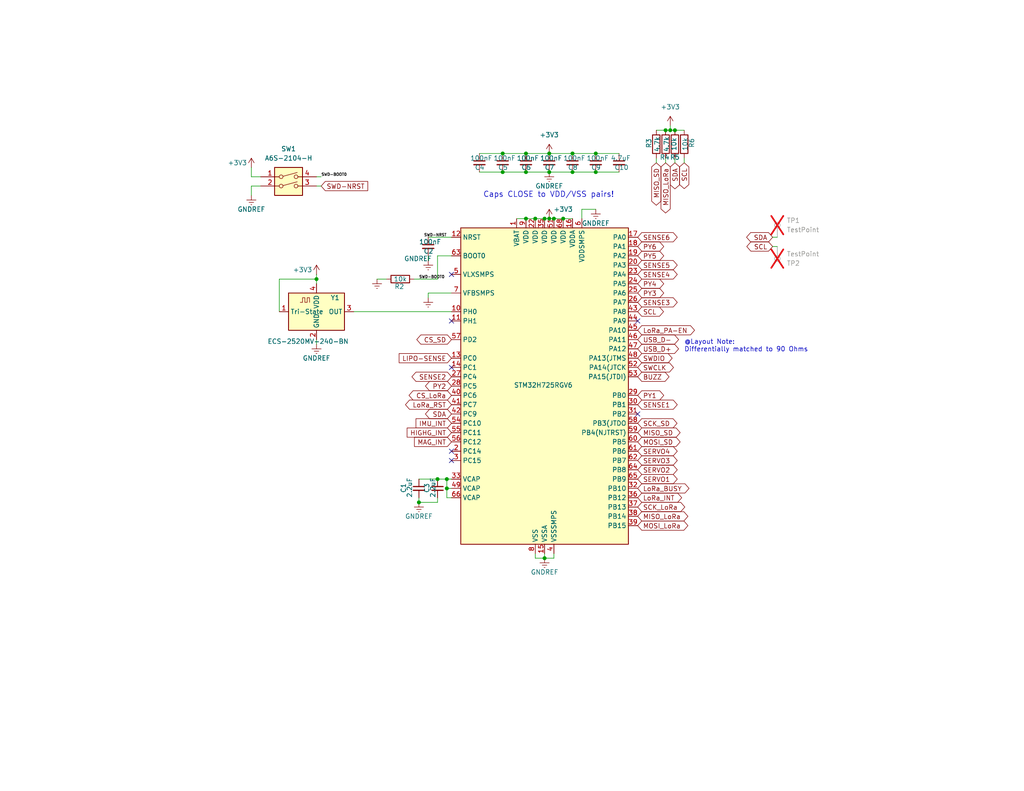
<source format=kicad_sch>
(kicad_sch (version 20231120) (generator "eeschema") (generator_version "8.0")
  (paper "USLetter")
  (title_block (title "WINTER Microcontroller Layout") (date "2025-01-06") (rev "3.3") (company "SparrowTheNerd"))
  (lib_symbols
    (symbol "Connector:TestPoint" (pin_numbers hide) (pin_names (offset 0.762) hide)
      (property "Reference" "TP" (at 0 6.858 0))
      (property "Value" "TestPoint" (at 0 5.08 0))
      (symbol "TestPoint_0_1"
        (circle (center 0 3.302) (radius 0.762))
      )
      (symbol "TestPoint_1_1"
        (pin passive line (at 0 0 90) (length 2.54) (name "1") (number "1"))
      )
    )
    (symbol "Device:C_Small" (pin_numbers hide) (pin_names (offset 0.254) hide)
      (property "Reference" "C" (at 0.254 1.778 0))
      (property "Value" "C_Small" (at 0.254 -2.032 0))
      (symbol "C_Small_0_1"
        (polyline (pts (xy -1.524 -0.508) (xy 1.524 -0.508)) (stroke (width 0.3302)))
        (polyline (pts (xy -1.524 0.508) (xy 1.524 0.508)) (stroke (width 0.3048)))
      )
      (symbol "C_Small_1_1"
        (pin passive line (at 0 2.54 270) (length 2.032) (name "~") (number "1"))
        (pin passive line (at 0 -2.54 90) (length 2.032) (name "~") (number "2"))
      )
    )
    (symbol "Device:R" (pin_numbers hide) (pin_names (offset 0))
      (property "Reference" "R" (at 2.032 0 90))
      (property "Value" "R" (at 0 0 90))
      (symbol "R_0_1"
        (rectangle (start -1.016 -2.54) (end 1.016 2.54) (stroke (width 0.254)))
      )
      (symbol "R_1_1"
        (pin passive line (at 0 3.81 270) (length 1.27) (name "~") (number "1"))
        (pin passive line (at 0 -3.81 90) (length 1.27) (name "~") (number "2"))
      )
    )
    (symbol "MCU_ST_STM32H7:STM32H725RGVx"
      (property "Reference" "U" (at -22.86 44.45 0))
      (property "Value" "STM32H725RGVx" (at 12.7 44.45 0))
      (symbol "STM32H725RGVx_0_1"
        (rectangle (start -22.86 -43.18) (end 22.86 43.18) (stroke (width 0.254)) (fill (type background)))
      )
      (symbol "STM32H725RGVx_1_1"
        (pin power_in line (at -7.62 45.72 270) (length 2.54) (name "VBAT") (number "1"))
        (pin bidirectional line (at -25.4 20.32 0) (length 2.54) (name "PH0") (number "10"))
        (pin bidirectional line (at -25.4 17.78 0) (length 2.54) (name "PH1") (number "11"))
        (pin input line (at -25.4 40.64 0) (length 2.54) (name "NRST") (number "12"))
        (pin bidirectional line (at -25.4 7.62 0) (length 2.54) (name "PC0") (number "13"))
        (pin bidirectional line (at -25.4 5.08 0) (length 2.54) (name "PC1") (number "14"))
        (pin power_in line (at 0 -45.72 90) (length 2.54) (name "VSSA") (number "15"))
        (pin power_in line (at 7.62 45.72 270) (length 2.54) (name "VDDA") (number "16"))
        (pin bidirectional line (at 25.4 40.64 180) (length 2.54) (name "PA0") (number "17"))
        (pin bidirectional line (at 25.4 38.1 180) (length 2.54) (name "PA1") (number "18"))
        (pin bidirectional line (at 25.4 35.56 180) (length 2.54) (name "PA2") (number "19"))
        (pin bidirectional line (at -25.4 -17.78 0) (length 2.54) (name "PC14") (number "2"))
        (pin bidirectional line (at 25.4 33.02 180) (length 2.54) (name "PA3") (number "20"))
        (pin passive line (at -2.54 -45.72 90) (length 2.54) hide (name "VSS") (number "21"))
        (pin power_in line (at -2.54 45.72 270) (length 2.54) (name "VDD") (number "22"))
        (pin bidirectional line (at 25.4 30.48 180) (length 2.54) (name "PA4") (number "23"))
        (pin bidirectional line (at 25.4 27.94 180) (length 2.54) (name "PA5") (number "24"))
        (pin bidirectional line (at 25.4 25.4 180) (length 2.54) (name "PA6") (number "25"))
        (pin bidirectional line (at 25.4 22.86 180) (length 2.54) (name "PA7") (number "26"))
        (pin bidirectional line (at -25.4 2.54 0) (length 2.54) (name "PC4") (number "27"))
        (pin bidirectional line (at -25.4 0 0) (length 2.54) (name "PC5") (number "28"))
        (pin bidirectional line (at 25.4 -2.54 180) (length 2.54) (name "PB0") (number "29"))
        (pin bidirectional line (at -25.4 -20.32 0) (length 2.54) (name "PC15") (number "3"))
        (pin bidirectional line (at 25.4 -5.08 180) (length 2.54) (name "PB1") (number "30"))
        (pin bidirectional line (at 25.4 -7.62 180) (length 2.54) (name "PB2") (number "31"))
        (pin bidirectional line (at 25.4 -27.94 180) (length 2.54) (name "PB10") (number "32"))
        (pin power_out line (at -25.4 -25.4 0) (length 2.54) (name "VCAP") (number "33"))
        (pin passive line (at -2.54 -45.72 90) (length 2.54) hide (name "VSS") (number "34"))
        (pin power_in line (at 0 45.72 270) (length 2.54) (name "VDD") (number "35"))
        (pin bidirectional line (at 25.4 -30.48 180) (length 2.54) (name "PB12") (number "36"))
        (pin bidirectional line (at 25.4 -33.02 180) (length 2.54) (name "PB13") (number "37"))
        (pin bidirectional line (at 25.4 -35.56 180) (length 2.54) (name "PB14") (number "38"))
        (pin bidirectional line (at 25.4 -38.1 180) (length 2.54) (name "PB15") (number "39"))
        (pin power_in line (at 2.54 -45.72 90) (length 2.54) (name "VSSSMPS") (number "4"))
        (pin bidirectional line (at -25.4 -2.54 0) (length 2.54) (name "PC6") (number "40"))
        (pin bidirectional line (at -25.4 -5.08 0) (length 2.54) (name "PC7") (number "41"))
        (pin bidirectional line (at -25.4 -7.62 0) (length 2.54) (name "PC9") (number "42"))
        (pin bidirectional line (at 25.4 20.32 180) (length 2.54) (name "PA8") (number "43"))
        (pin bidirectional line (at 25.4 17.78 180) (length 2.54) (name "PA9") (number "44"))
        (pin bidirectional line (at 25.4 15.24 180) (length 2.54) (name "PA10") (number "45"))
        (pin bidirectional line (at 25.4 12.7 180) (length 2.54) (name "PA11") (number "46"))
        (pin bidirectional line (at 25.4 10.16 180) (length 2.54) (name "PA12") (number "47"))
        (pin bidirectional line (at 25.4 7.62 180) (length 2.54) (name "PA13(JTMS") (number "48"))
        (pin power_out line (at -25.4 -27.94 0) (length 2.54) (name "VCAP") (number "49"))
        (pin power_in line (at -25.4 30.48 0) (length 2.54) (name "VLXSMPS") (number "5"))
        (pin passive line (at -2.54 -45.72 90) (length 2.54) hide (name "VSS") (number "50"))
        (pin power_in line (at 2.54 45.72 270) (length 2.54) (name "VDD") (number "51"))
        (pin bidirectional line (at 25.4 5.08 180) (length 2.54) (name "PA14(JTCK") (number "52"))
        (pin bidirectional line (at 25.4 2.54 180) (length 2.54) (name "PA15(JTDI)") (number "53"))
        (pin bidirectional line (at -25.4 -10.16 0) (length 2.54) (name "PC10") (number "54"))
        (pin bidirectional line (at -25.4 -12.7 0) (length 2.54) (name "PC11") (number "55"))
        (pin bidirectional line (at -25.4 -15.24 0) (length 2.54) (name "PC12") (number "56"))
        (pin bidirectional line (at -25.4 12.7 0) (length 2.54) (name "PD2") (number "57"))
        (pin bidirectional line (at 25.4 -10.16 180) (length 2.54) (name "PB3(JTDO") (number "58"))
        (pin bidirectional line (at 25.4 -12.7 180) (length 2.54) (name "PB4(NJTRST)") (number "59"))
        (pin power_in line (at 10.16 45.72 270) (length 2.54) (name "VDDSMPS") (number "6"))
        (pin bidirectional line (at 25.4 -15.24 180) (length 2.54) (name "PB5") (number "60"))
        (pin bidirectional line (at 25.4 -17.78 180) (length 2.54) (name "PB6") (number "61"))
        (pin bidirectional line (at 25.4 -20.32 180) (length 2.54) (name "PB7") (number "62"))
        (pin input line (at -25.4 35.56 0) (length 2.54) (name "BOOT0") (number "63"))
        (pin bidirectional line (at 25.4 -22.86 180) (length 2.54) (name "PB8") (number "64"))
        (pin bidirectional line (at 25.4 -25.4 180) (length 2.54) (name "PB9") (number "65"))
        (pin power_out line (at -25.4 -30.48 0) (length 2.54) (name "VCAP") (number "66"))
        (pin passive line (at -2.54 -45.72 90) (length 2.54) hide (name "VSS") (number "67"))
        (pin power_in line (at 5.08 45.72 270) (length 2.54) (name "VDD") (number "68"))
        (pin passive line (at -2.54 -45.72 90) (length 2.54) hide (name "VSS") (number "69"))
        (pin input line (at -25.4 25.4 0) (length 2.54) (name "VFBSMPS") (number "7"))
        (pin power_in line (at -2.54 -45.72 90) (length 2.54) (name "VSS") (number "8"))
        (pin power_in line (at -5.08 45.72 270) (length 2.54) (name "VDD") (number "9"))
      )
    )
    (symbol "Oscillator:ECS-2520MV-xxx-xx"
      (property "Reference" "X" (at -5.08 6.35 0))
      (property "Value" "ECS-2520MV-xxx-xx" (at 1.27 -6.35 0))
      (symbol "ECS-2520MV-xxx-xx_0_1"
        (rectangle (start -7.62 5.08) (end 7.62 -5.08) (stroke (width 0.254)) (fill (type background)))
        (polyline (pts (xy -4.445 2.54) (xy -3.81 2.54) (xy -3.81 3.81) (xy -3.175 3.81) (xy -3.175 2.54) (xy -2.54 2.54) (xy -2.54 3.81) (xy -1.905 3.81) (xy -1.905 2.54)))
      )
      (symbol "ECS-2520MV-xxx-xx_1_1"
        (pin input line (at -10.16 0 0) (length 2.54) (name "Tri-State") (number "1"))
        (pin power_in line (at 0 -7.62 90) (length 2.54) (name "GND") (number "2"))
        (pin output line (at 10.16 0 180) (length 2.54) (name "OUT") (number "3"))
        (pin power_in line (at 0 7.62 270) (length 2.54) (name "VDD") (number "4"))
      )
    )
    (symbol "Switch:SW_DIP_x02" (pin_names (offset 0) hide)
      (property "Reference" "SW" (at 0 6.35 0))
      (property "Value" "SW_DIP_x02" (at 0 -3.81 0))
      (symbol "SW_DIP_x02_0_0"
        (circle (center -2.032 0) (radius 0.508))
        (circle (center -2.032 2.54) (radius 0.508))
        (polyline (pts (xy -1.524 0.127) (xy 2.3622 1.1684)))
        (polyline (pts (xy -1.524 2.667) (xy 2.3622 3.7084)))
        (circle (center 2.032 0) (radius 0.508))
        (circle (center 2.032 2.54) (radius 0.508))
      )
      (symbol "SW_DIP_x02_0_1"
        (rectangle (start -3.81 5.08) (end 3.81 -2.54) (stroke (width 0.254)) (fill (type background)))
      )
      (symbol "SW_DIP_x02_1_1"
        (pin passive line (at -7.62 2.54 0) (length 5.08) (name "~") (number "1"))
        (pin passive line (at -7.62 0 0) (length 5.08) (name "~") (number "2"))
        (pin passive line (at 7.62 0 180) (length 5.08) (name "~") (number "3"))
        (pin passive line (at 7.62 2.54 180) (length 5.08) (name "~") (number "4"))
      )
    )
    (symbol "power:+3V3" (power) (pin_numbers hide) (pin_names (offset 0) hide)
      (property "Value" "+3V3" (at 0 3.556 0))
      (symbol "+3V3_0_1"
        (polyline (pts (xy -0.762 1.27) (xy 0 2.54)))
        (polyline (pts (xy 0 0) (xy 0 2.54)))
        (polyline (pts (xy 0 2.54) (xy 0.762 1.27)))
      )
      (symbol "+3V3_1_1"
        (pin power_in line (at 0 0 90) (length 0) (name "~") (number "1"))
      )
    )
    (symbol "power:GNDREF" (power) (pin_names (offset 0))
      (property "Value" "GNDREF" (at 0 -3.81 0))
      (symbol "GNDREF_0_1"
        (polyline (pts (xy -0.635 -1.905) (xy 0.635 -1.905)))
        (polyline (pts (xy -0.127 -2.54) (xy 0.127 -2.54)))
        (polyline (pts (xy 0 -1.27) (xy 0 0)))
        (polyline (pts (xy 1.27 -1.27) (xy -1.27 -1.27)))
      )
      (symbol "GNDREF_1_1"
        (pin power_in line (at 0 0 270) (length 0) hide (name "GNDREF") (number "1"))
      )
    )
  )
  (junction (at 149.86 41.91))
  (junction (at 149.86 46.99))
  (junction (at 148.59 59.69))
  (junction (at 148.59 152.4))
  (junction (at 184.15 35.56))
  (junction (at 153.67 59.69))
  (junction (at 121.92 133.35))
  (junction (at 182.88 35.56))
  (junction (at 162.56 46.99))
  (junction (at 149.86 59.69))
  (junction (at 86.36 76.2))
  (junction (at 146.05 59.69))
  (junction (at 156.21 41.91))
  (junction (at 137.16 41.91))
  (junction (at 119.38 130.81))
  (junction (at 143.51 59.69))
  (junction (at 181.61 35.56))
  (junction (at 162.56 41.91))
  (junction (at 151.13 59.69))
  (junction (at 143.51 41.91))
  (junction (at 137.16 46.99))
  (junction (at 143.51 46.99))
  (junction (at 156.21 46.99))
  (junction (at 114.3 137.16))
  (junction (at 121.92 130.81))
  (no_connect (at 123.19 100.33))
  (no_connect (at 123.19 74.93))
  (no_connect (at 123.19 87.63))
  (no_connect (at 123.19 125.73))
  (no_connect (at 123.19 123.19))
  (no_connect (at 173.99 87.63))
  (no_connect (at 173.99 113.03))
  (wire (pts (xy 149.86 41.91) (xy 156.21 41.91)))
  (wire (pts (xy 156.21 41.91) (xy 162.56 41.91)))
  (wire (pts (xy 86.36 93.98) (xy 86.36 92.71)))
  (wire (pts (xy 148.59 59.69) (xy 149.86 59.69)))
  (wire (pts (xy 86.36 50.8) (xy 87.63 50.8)))
  (wire (pts (xy 137.16 41.91) (xy 143.51 41.91)))
  (wire (pts (xy 184.15 44.45) (xy 184.15 43.18)))
  (wire (pts (xy 71.12 50.8) (xy 68.58 50.8)))
  (wire (pts (xy 114.3 130.81) (xy 119.38 130.81)))
  (wire (pts (xy 76.2 85.09) (xy 76.2 76.2)))
  (wire (pts (xy 116.84 81.28) (xy 116.84 80.01)))
  (wire (pts (xy 119.38 76.2) (xy 113.03 76.2)))
  (wire (pts (xy 181.61 43.18) (xy 181.61 44.45)))
  (wire (pts (xy 151.13 59.69) (xy 153.67 59.69)))
  (wire (pts (xy 121.92 133.35) (xy 121.92 135.89)))
  (wire (pts (xy 210.82 67.31) (xy 212.09 67.31)))
  (wire (pts (xy 121.92 130.81) (xy 121.92 133.35)))
  (wire (pts (xy 143.51 59.69) (xy 146.05 59.69)))
  (wire (pts (xy 119.38 130.81) (xy 121.92 130.81)))
  (wire (pts (xy 184.15 35.56) (xy 186.69 35.56)))
  (wire (pts (xy 179.07 35.56) (xy 181.61 35.56)))
  (wire (pts (xy 149.86 59.69) (xy 151.13 59.69)))
  (wire (pts (xy 182.88 34.29) (xy 182.88 35.56)))
  (wire (pts (xy 143.51 46.99) (xy 149.86 46.99)))
  (wire (pts (xy 162.56 41.91) (xy 168.91 41.91)))
  (wire (pts (xy 186.69 44.45) (xy 186.69 43.18)))
  (wire (pts (xy 153.67 59.69) (xy 156.21 59.69)))
  (wire (pts (xy 86.36 48.26) (xy 87.63 48.26)))
  (wire (pts (xy 146.05 59.69) (xy 148.59 59.69)))
  (wire (pts (xy 162.56 46.99) (xy 168.91 46.99)))
  (wire (pts (xy 102.87 76.2) (xy 105.41 76.2)))
  (wire (pts (xy 158.75 57.15) (xy 162.56 57.15)))
  (wire (pts (xy 130.81 41.91) (xy 137.16 41.91)))
  (wire (pts (xy 114.3 135.89) (xy 114.3 137.16)))
  (wire (pts (xy 151.13 152.4) (xy 151.13 151.13)))
  (wire (pts (xy 68.58 50.8) (xy 68.58 53.34)))
  (wire (pts (xy 71.12 48.26) (xy 68.58 48.26)))
  (wire (pts (xy 146.05 152.4) (xy 148.59 152.4)))
  (wire (pts (xy 148.59 152.4) (xy 151.13 152.4)))
  (wire (pts (xy 116.84 64.77) (xy 123.19 64.77)))
  (wire (pts (xy 121.92 130.81) (xy 123.19 130.81)))
  (wire (pts (xy 123.19 135.89) (xy 121.92 135.89)))
  (wire (pts (xy 143.51 41.91) (xy 149.86 41.91)))
  (wire (pts (xy 148.59 152.4) (xy 148.59 151.13)))
  (wire (pts (xy 123.19 133.35) (xy 121.92 133.35)))
  (wire (pts (xy 76.2 76.2) (xy 86.36 76.2)))
  (wire (pts (xy 119.38 76.2) (xy 119.38 69.85)))
  (wire (pts (xy 210.82 64.77) (xy 212.09 64.77)))
  (wire (pts (xy 114.3 137.16) (xy 119.38 137.16)))
  (wire (pts (xy 119.38 137.16) (xy 119.38 135.89)))
  (wire (pts (xy 146.05 152.4) (xy 146.05 151.13)))
  (wire (pts (xy 158.75 59.69) (xy 158.75 57.15)))
  (wire (pts (xy 182.88 35.56) (xy 184.15 35.56)))
  (wire (pts (xy 116.84 71.12) (xy 116.84 69.85)))
  (wire (pts (xy 140.97 59.69) (xy 143.51 59.69)))
  (wire (pts (xy 123.19 80.01) (xy 116.84 80.01)))
  (wire (pts (xy 96.52 85.09) (xy 123.19 85.09)))
  (wire (pts (xy 68.58 45.72) (xy 68.58 48.26)))
  (wire (pts (xy 137.16 46.99) (xy 143.51 46.99)))
  (wire (pts (xy 119.38 69.85) (xy 123.19 69.85)))
  (wire (pts (xy 86.36 76.2) (xy 86.36 77.47)))
  (wire (pts (xy 156.21 46.99) (xy 162.56 46.99)))
  (wire (pts (xy 130.81 46.99) (xy 137.16 46.99)))
  (wire (pts (xy 149.86 46.99) (xy 156.21 46.99)))
  (wire (pts (xy 181.61 35.56) (xy 182.88 35.56)))
  (wire (pts (xy 179.07 43.18) (xy 179.07 44.45)))
  (wire (pts (xy 86.36 74.93) (xy 86.36 76.2)))
  (text "Caps CLOSE to VDD/VSS pairs!" (at 131.826 54.102 0) (effects (font (size 1.5 1.5)) (justify left bottom)))
  (text "@Layout Note:\nDifferentially matched to 90 Ohms" (at 186.69 94.488 0) (effects (font (size 1.27 1.27)) (justify left)))
  (label "SWD-NRST" (at 121.92 64.77 180) (effects (font (size 0.75 0.75))))
  (label "SWD-BOOT0" (at 87.63 48.26 0) (effects (font (size 0.75 0.75))))
  (label "SWD-BOOT0" (at 114.3 76.2 0) (effects (font (size 0.75 0.75))))
  (global_label "BUZZ" (shape bidirectional) (at 173.99 102.87 0) (property "Intersheetrefs" "${INTERSHEET_REFS}" (effects (hide yes))))
  (global_label "CS_SD" (shape bidirectional) (at 123.19 92.71 180) (property "Intersheetrefs" "${INTERSHEET_REFS}" (effects (hide yes))))
  (global_label "PY5" (shape bidirectional) (at 173.99 69.85 0) (property "Intersheetrefs" "${INTERSHEET_REFS}" (effects (hide yes))))
  (global_label "MAG_INT" (shape input) (at 123.19 120.65 180) (property "Intersheetrefs" "${INTERSHEET_REFS}" (effects (hide yes))))
  (global_label "MOSI_LoRa" (shape bidirectional) (at 173.99 143.51 0) (property "Intersheetrefs" "${INTERSHEET_REFS}" (effects (hide yes))))
  (global_label "SENSE6" (shape bidirectional) (at 173.99 64.77 0) (property "Intersheetrefs" "${INTERSHEET_REFS}" (effects (hide yes))))
  (global_label "LoRa_RST" (shape bidirectional) (at 123.19 110.49 180) (property "Intersheetrefs" "${INTERSHEET_REFS}" (effects (hide yes))))
  (global_label "MISO_LoRa" (shape bidirectional) (at 173.99 140.97 0) (property "Intersheetrefs" "${INTERSHEET_REFS}" (effects (hide yes))))
  (global_label "MISO_SD" (shape bidirectional) (at 179.07 44.45 270) (property "Intersheetrefs" "${INTERSHEET_REFS}" (effects (hide yes))))
  (global_label "SCK_LoRa" (shape bidirectional) (at 173.99 138.43 0) (property "Intersheetrefs" "${INTERSHEET_REFS}" (effects (hide yes))))
  (global_label "SWDIO" (shape bidirectional) (at 173.99 97.79 0) (property "Intersheetrefs" "${INTERSHEET_REFS}" (effects (hide yes))))
  (global_label "SENSE2" (shape bidirectional) (at 123.19 102.87 180) (property "Intersheetrefs" "${INTERSHEET_REFS}" (effects (hide yes))))
  (global_label "PY4" (shape bidirectional) (at 173.99 77.47 0) (property "Intersheetrefs" "${INTERSHEET_REFS}" (effects (hide yes))))
  (global_label "SCL" (shape bidirectional) (at 186.69 44.45 270) (property "Intersheetrefs" "${INTERSHEET_REFS}" (effects (hide yes))))
  (global_label "LoRa_INT" (shape bidirectional) (at 173.99 135.89 0) (property "Intersheetrefs" "${INTERSHEET_REFS}" (effects (hide yes))))
  (global_label "SWCLK" (shape bidirectional) (at 173.99 100.33 0) (property "Intersheetrefs" "${INTERSHEET_REFS}" (effects (hide yes))))
  (global_label "SCK_SD" (shape bidirectional) (at 173.99 115.57 0) (property "Intersheetrefs" "${INTERSHEET_REFS}" (effects (hide yes))))
  (global_label "PY3" (shape bidirectional) (at 173.99 80.01 0) (property "Intersheetrefs" "${INTERSHEET_REFS}" (effects (hide yes))))
  (global_label "SDA" (shape bidirectional) (at 123.19 113.03 180) (property "Intersheetrefs" "${INTERSHEET_REFS}" (effects (hide yes))))
  (global_label "SENSE3" (shape bidirectional) (at 173.99 82.55 0) (property "Intersheetrefs" "${INTERSHEET_REFS}" (effects (hide yes))))
  (global_label "SDA" (shape bidirectional) (at 210.82 64.77 180) (property "Intersheetrefs" "${INTERSHEET_REFS}" (effects (hide yes))))
  (global_label "SCL" (shape bidirectional) (at 210.82 67.31 180) (property "Intersheetrefs" "${INTERSHEET_REFS}" (effects (hide yes))))
  (global_label "IMU_INT" (shape input) (at 123.19 115.57 180) (property "Intersheetrefs" "${INTERSHEET_REFS}" (effects (hide yes))))
  (global_label "CS_LoRa" (shape bidirectional) (at 123.19 107.95 180) (property "Intersheetrefs" "${INTERSHEET_REFS}" (effects (hide yes))))
  (global_label "PY1" (shape bidirectional) (at 173.99 107.95 0) (property "Intersheetrefs" "${INTERSHEET_REFS}" (effects (hide yes))))
  (global_label "SDA" (shape bidirectional) (at 184.15 44.45 270) (property "Intersheetrefs" "${INTERSHEET_REFS}" (effects (hide yes))))
  (global_label "USB_D-" (shape bidirectional) (at 173.99 92.71 0) (property "Intersheetrefs" "${INTERSHEET_REFS}" (effects (hide yes))))
  (global_label "SENSE1" (shape bidirectional) (at 173.99 110.49 0) (property "Intersheetrefs" "${INTERSHEET_REFS}" (effects (hide yes))))
  (global_label "LIPO-SENSE" (shape input) (at 123.19 97.79 180) (property "Intersheetrefs" "${INTERSHEET_REFS}" (effects (hide yes))))
  (global_label "USB_D+" (shape bidirectional) (at 173.99 95.25 0) (property "Intersheetrefs" "${INTERSHEET_REFS}" (effects (hide yes))))
  (global_label "SENSE5" (shape bidirectional) (at 173.99 72.39 0) (property "Intersheetrefs" "${INTERSHEET_REFS}" (effects (hide yes))))
  (global_label "SERVO3" (shape bidirectional) (at 173.99 125.73 0) (property "Intersheetrefs" "${INTERSHEET_REFS}" (effects (hide yes))))
  (global_label "PY2" (shape bidirectional) (at 123.19 105.41 180) (property "Intersheetrefs" "${INTERSHEET_REFS}" (effects (hide yes))))
  (global_label "MOSI_SD" (shape bidirectional) (at 173.99 120.65 0) (property "Intersheetrefs" "${INTERSHEET_REFS}" (effects (hide yes))))
  (global_label "SWD-NRST" (shape input) (at 87.63 50.8 0) (property "Intersheetrefs" "${INTERSHEET_REFS}" (effects (hide yes))))
  (global_label "PY6" (shape bidirectional) (at 173.99 67.31 0) (property "Intersheetrefs" "${INTERSHEET_REFS}" (effects (hide yes))))
  (global_label "SERVO1" (shape bidirectional) (at 173.99 130.81 0) (property "Intersheetrefs" "${INTERSHEET_REFS}" (effects (hide yes))))
  (global_label "LoRa_BUSY" (shape bidirectional) (at 173.99 133.35 0) (property "Intersheetrefs" "${INTERSHEET_REFS}" (effects (hide yes))))
  (global_label "SENSE4" (shape bidirectional) (at 173.99 74.93 0) (property "Intersheetrefs" "${INTERSHEET_REFS}" (effects (hide yes))))
  (global_label "MISO_LoRa" (shape bidirectional) (at 181.61 44.45 270) (property "Intersheetrefs" "${INTERSHEET_REFS}" (effects (hide yes))))
  (global_label "SCL" (shape bidirectional) (at 173.99 85.09 0) (property "Intersheetrefs" "${INTERSHEET_REFS}" (effects (hide yes))))
  (global_label "SERVO2" (shape bidirectional) (at 173.99 128.27 0) (property "Intersheetrefs" "${INTERSHEET_REFS}" (effects (hide yes))))
  (global_label "HIGHG_INT" (shape input) (at 123.19 118.11 180) (property "Intersheetrefs" "${INTERSHEET_REFS}" (effects (hide yes))))
  (global_label "LoRa_PA-EN" (shape bidirectional) (at 173.99 90.17 0) (property "Intersheetrefs" "${INTERSHEET_REFS}" (effects (hide yes))))
  (global_label "MISO_SD" (shape bidirectional) (at 173.99 118.11 0) (property "Intersheetrefs" "${INTERSHEET_REFS}" (effects (hide yes))))
  (global_label "SERVO4" (shape bidirectional) (at 173.99 123.19 0) (property "Intersheetrefs" "${INTERSHEET_REFS}" (effects (hide yes))))
  (symbol (lib_id "power:GNDREF") (at 114.3 137.16 0) (mirror y) (unit 1)
    (property "Reference" "#PWR0112" (effects (hide yes)))
    (property "Value" "GNDREF" (at 114.3 140.97 0))
  )
  (symbol (lib_id "power:GNDREF") (at 116.84 71.12 0) (mirror y) (unit 1)
    (property "Reference" "#PWR0107" (effects (hide yes)))
    (property "Value" "GNDREF" (at 114.046 70.612 0))
  )
  (symbol (lib_id "Device:C_Small") (at 137.16 44.45 0) (unit 1)
    (property "Reference" "C5" (at 135.89 45.72 0) (effects (justify left)))
    (property "Value" "100nF" (at 134.62 43.18 0) (effects (justify left)))
    (property "Footprint" "Capacitor_SMD:C_0603_1608Metric" (effects (hide yes)))
    (property "Product ID" "CL10B104KB8NNNL" (effects (hide yes)))
    (property "LCSC" "C1525" (effects (hide yes)))
  )
  (symbol (lib_id "Device:C_Small") (at 119.38 133.35 0) (unit 1)
    (property "Reference" "C3" (at 116.4575 134.5949 90) (effects (justify left)))
    (property "Value" "2.2uF" (at 118.11 135.89 90) (effects (justify left)))
    (property "Footprint" "Capacitor_SMD:C_0603_1608Metric" (effects (hide yes)))
    (property "Product ID" "GRM188C71C225ME11D" (effects (hide yes)))
    (property "LCSC" "C23630" (effects (hide yes)))
  )
  (symbol (lib_id "Device:C_Small") (at 149.86 44.45 0) (unit 1)
    (property "Reference" "C7" (at 148.59 45.72 0) (effects (justify left)))
    (property "Value" "100nF" (at 147.32 43.18 0) (effects (justify left)))
    (property "Footprint" "Capacitor_SMD:C_0603_1608Metric" (effects (hide yes)))
    (property "Product ID" "CL10B104KB8NNNL" (effects (hide yes)))
    (property "LCSC" "C1525" (effects (hide yes)))
  )
  (symbol (lib_id "MCU_ST_STM32H7:STM32H725RGVx") (at 148.59 105.41 0) (unit 1)
    (property "Reference" "U6" (effects (hide yes)))
    (property "Value" "STM32H725RGV6" (at 140.208 105.156 0) (effects (justify left)))
    (property "Footprint" "Package_DFN_QFN:QFN-68-1EP_8x8mm_P0.4mm_EP5.2x5.2mm" (effects (hide yes)))
    (property "Datasheet" "https://www.st.com/resource/en/datasheet/stm32h725rg.pdf" (effects (hide yes)))
    (property "Description" "STMicroelectronics Arm Cortex-M7 MCU, 1024KB flash, 564KB RAM, 550 MHz, 1.71-3.6V, 46 GPIO, VFQFPN68" (effects (hide yes)))
    (property "LCSC" "C5271079" (effects (hide yes)))
    (property "Mouser ID" "511-STM32H725RGV6 " (effects (hide yes)))
    (property "Product ID" "STM32H725RGV6" (effects (hide yes)))
  )
  (symbol (lib_id "Device:C_Small") (at 143.51 44.45 0) (unit 1)
    (property "Reference" "C6" (at 142.24 45.72 0) (effects (justify left)))
    (property "Value" "100nF" (at 140.97 43.18 0) (effects (justify left)))
    (property "Footprint" "Capacitor_SMD:C_0603_1608Metric" (effects (hide yes)))
    (property "Product ID" "CL10B104KB8NNNL" (effects (hide yes)))
    (property "LCSC" "C1525" (effects (hide yes)))
  )
  (symbol (lib_id "Switch:SW_DIP_x02") (at 78.74 50.8 0) (unit 1)
    (property "Reference" "SW1" (at 78.74 40.64 0))
    (property "Value" "A6S-2104-H" (at 78.74 43.18 0))
    (property "Footprint" "Button_Switch_SMD:SW_DIP_SPSTx02_Slide_Omron_A6S-210x_W8.9mm_P2.54mm" (effects (hide yes)))
    (property "Description" "2x DIP Switch, Single Pole Single Throw (SPST) switch, small symbol" (effects (hide yes)))
    (property "LCSC" "C2733298" (effects (hide yes)))
    (property "Product ID" "A6S-2104-H" (effects (hide yes)))
  )
  (symbol (lib_id "Device:C_Small") (at 168.91 44.45 0) (unit 1)
    (property "Reference" "C10" (at 167.64 45.72 0) (effects (justify left)))
    (property "Value" "4.7uF" (at 166.624 43.18 0) (effects (justify left)))
    (property "Footprint" "Capacitor_SMD:C_0603_1608Metric" (effects (hide yes)))
    (property "Product ID" "CL10A475KQ8NNNC" (effects (hide yes)))
    (property "LCSC" "C23733" (effects (hide yes)))
  )
  (symbol (lib_id "power:+3V3") (at 149.86 59.69 0) (unit 1)
    (property "Reference" "#PWR0110" (effects (hide yes)))
    (property "Value" "+3V3" (at 153.67 57.15 0))
    (property "Description" "Power symbol creates a global label with name \"+3V3\"" (effects (hide yes)))
  )
  (symbol (lib_id "Device:C_Small") (at 130.81 44.45 0) (unit 1)
    (property "Reference" "C4" (at 129.54 45.72 0) (effects (justify left)))
    (property "Value" "100nF" (at 128.27 43.18 0) (effects (justify left)))
    (property "Footprint" "Capacitor_SMD:C_0603_1608Metric" (effects (hide yes)))
    (property "Product ID" "CL10B104KB8NNNL" (effects (hide yes)))
    (property "LCSC" "C1525" (effects (hide yes)))
  )
  (symbol (lib_id "Device:R") (at 184.15 39.37 0) (mirror x) (unit 1)
    (property "Reference" "R5" (at 184.15 42.926 0))
    (property "Value" "10k" (at 183.896 39.37 90))
    (property "Footprint" "Resistor_SMD:R_0603_1608Metric" (effects (hide yes)))
    (property "Product ID" "ERJ-PA3F1002V" (effects (hide yes)))
    (property "LCSC" "C25804" (effects (hide yes)))
  )
  (symbol (lib_id "power:GNDREF") (at 68.58 53.34 0) (mirror y) (unit 1)
    (property "Reference" "#PWR0105" (effects (hide yes)))
    (property "Value" "GNDREF" (at 68.58 57.15 0))
  )
  (symbol (lib_id "power:GNDREF") (at 116.84 81.28 0) (mirror y) (unit 1)
    (property "Reference" "#PWR0108" (effects (hide yes)))
    (property "Value" "GNDREF" (effects (hide yes)))
  )
  (symbol (lib_id "Device:C_Small") (at 156.21 44.45 0) (unit 1)
    (property "Reference" "C8" (at 154.94 45.72 0) (effects (justify left)))
    (property "Value" "100nF" (at 153.67 43.18 0) (effects (justify left)))
    (property "Footprint" "Capacitor_SMD:C_0603_1608Metric" (effects (hide yes)))
    (property "Product ID" "CL10B104KB8NNNL" (effects (hide yes)))
    (property "LCSC" "C1525" (effects (hide yes)))
  )
  (symbol (lib_id "power:GNDREF") (at 162.56 57.15 0) (mirror y) (unit 1)
    (property "Reference" "#PWR0114" (effects (hide yes)))
    (property "Value" "GNDREF" (at 162.56 60.96 0))
  )
  (symbol (lib_id "power:GNDREF") (at 86.36 93.98 0) (mirror y) (unit 1)
    (property "Reference" "#PWR0102" (effects (hide yes)))
    (property "Value" "GNDREF" (at 86.36 97.79 0))
  )
  (symbol (lib_id "Connector:TestPoint") (at 212.09 67.31 0) (mirror x) (unit 1) (in_bom no) (dnp yes)
    (property "Reference" "TP2" (at 214.63 71.8821 0) (effects (justify left)))
    (property "Value" "TestPoint" (at 214.63 69.3421 0) (effects (justify left)))
    (property "Footprint" "TestPoint:TestPoint_Pad_D1.0mm" (effects (hide yes)))
    (property "Description" "test point" (effects (hide yes)))
    (property "LCSC" "DNP" (effects (hide yes)))
  )
  (symbol (lib_id "power:+3V3") (at 86.36 74.93 0) (unit 1)
    (property "Reference" "#PWR0101" (effects (hide yes)))
    (property "Value" "+3V3" (at 82.55 73.66 0))
    (property "Description" "Power symbol creates a global label with name \"+3V3\"" (effects (hide yes)))
  )
  (symbol (lib_id "power:+3V3") (at 182.88 34.29 0) (unit 1)
    (property "Reference" "#PWR0113" (effects (hide yes)))
    (property "Value" "+3V3" (at 182.88 29.21 0))
    (property "Description" "Power symbol creates a global label with name \"+3V3\"" (effects (hide yes)))
  )
  (symbol (lib_id "power:GNDREF") (at 148.59 152.4 0) (mirror y) (unit 1)
    (property "Reference" "#PWR0115" (effects (hide yes)))
    (property "Value" "GNDREF" (at 148.59 156.21 0))
  )
  (symbol (lib_id "Device:R") (at 109.22 76.2 270) (unit 1)
    (property "Reference" "R2" (at 108.966 78.232 90))
    (property "Value" "10k" (at 109.22 76.2 90))
    (property "Footprint" "Resistor_SMD:R_0603_1608Metric" (effects (hide yes)))
    (property "Product ID" "ERJ-PA3F1002V" (effects (hide yes)))
    (property "LCSC" "C25804" (effects (hide yes)))
  )
  (symbol (lib_id "Device:R") (at 179.07 39.37 180) (unit 1)
    (property "Reference" "R3" (at 177.038 39.116 90))
    (property "Value" "4.7k" (at 179.324 39.37 90))
    (property "Footprint" "Resistor_SMD:R_0603_1608Metric" (effects (hide yes)))
    (property "Product ID" "ERJ-PA3J472V" (effects (hide yes)))
    (property "LCSC" "C23162" (effects (hide yes)))
  )
  (symbol (lib_id "Device:C_Small") (at 162.56 44.45 0) (unit 1)
    (property "Reference" "C9" (at 161.29 45.72 0) (effects (justify left)))
    (property "Value" "100nF" (at 160.02 43.18 0) (effects (justify left)))
    (property "Footprint" "Capacitor_SMD:C_0603_1608Metric" (effects (hide yes)))
    (property "Product ID" "CL10B104KB8NNNL" (effects (hide yes)))
    (property "LCSC" "C1525" (effects (hide yes)))
  )
  (symbol (lib_id "Device:R") (at 181.61 39.37 180) (unit 1)
    (property "Reference" "R4" (at 181.356 42.926 0))
    (property "Value" "4.7k" (at 181.864 39.37 90))
    (property "Footprint" "Resistor_SMD:R_0603_1608Metric" (effects (hide yes)))
    (property "Product ID" "ERJ-PA3J472V" (effects (hide yes)))
    (property "LCSC" "C23162" (effects (hide yes)))
  )
  (symbol (lib_id "Device:C_Small") (at 116.84 67.31 0) (unit 1)
    (property "Reference" "C2" (at 115.57 68.58 0) (effects (justify left)))
    (property "Value" "100nF" (at 114.3 66.04 0) (effects (justify left)))
    (property "Footprint" "Capacitor_SMD:C_0603_1608Metric" (effects (hide yes)))
    (property "Product ID" "CL10B104KB8NNNL" (effects (hide yes)))
    (property "LCSC" "C1590" (effects (hide yes)))
  )
  (symbol (lib_id "Device:R") (at 186.69 39.37 180) (unit 1)
    (property "Reference" "R6" (at 188.7394 39.0398 90))
    (property "Value" "10k" (at 186.944 39.37 90))
    (property "Footprint" "Resistor_SMD:R_0603_1608Metric" (effects (hide yes)))
    (property "Product ID" "ERJ-PA3F1002V" (effects (hide yes)))
    (property "LCSC" "C25804" (effects (hide yes)))
  )
  (symbol (lib_id "power:+3V3") (at 68.58 45.72 0) (unit 1)
    (property "Reference" "#PWR0106" (effects (hide yes)))
    (property "Value" "+3V3" (at 64.77 44.45 0))
    (property "Description" "Power symbol creates a global label with name \"+3V3\"" (effects (hide yes)))
  )
  (symbol (lib_id "power:GNDREF") (at 102.87 76.2 0) (mirror y) (unit 1)
    (property "Reference" "#PWR0103" (effects (hide yes)))
    (property "Value" "GNDREF" (effects (hide yes)))
  )
  (symbol (lib_id "Device:C_Small") (at 114.3 133.35 0) (unit 1)
    (property "Reference" "C1" (at 110.1075 134.5949 90) (effects (justify left)))
    (property "Value" "2.2uF" (at 111.76 135.89 90) (effects (justify left)))
    (property "Footprint" "Capacitor_SMD:C_0603_1608Metric" (effects (hide yes)))
    (property "Product ID" "GRM188C71C225ME11D" (effects (hide yes)))
    (property "LCSC" "C23630" (effects (hide yes)))
  )
  (symbol (lib_id "Oscillator:ECS-2520MV-xxx-xx") (at 86.36 85.09 0) (unit 1)
    (property "Reference" "Y1" (at 91.44 81.28 0))
    (property "Value" "ECS-2520MV-240-BN" (at 84.074 93.218 0))
    (property "Footprint" "Oscillator:Oscillator_SMD_ECS_2520MV-xxx-xx-4Pin_2.5x2.0mm" (effects (hide yes)))
    (property "Datasheet" "https://www.ecsxtal.com/store/pdf/ECS-2520MV.pdf" (effects (hide yes)))
    (property "Product ID" "ECS-2520MV-240-BN" (effects (hide yes)))
    (property "LCSC" "C437141" (effects (hide yes)))
  )
  (symbol (lib_id "power:GNDREF") (at 149.86 46.99 0) (mirror y) (unit 1)
    (property "Reference" "#PWR0109" (effects (hide yes)))
    (property "Value" "GNDREF" (at 149.86 50.8 0))
  )
  (symbol (lib_id "Connector:TestPoint") (at 212.09 64.77 0) (unit 1) (in_bom no) (dnp yes)
    (property "Reference" "TP1" (at 214.63 60.1979 0) (effects (justify left)))
    (property "Value" "TestPoint" (at 214.63 62.7379 0) (effects (justify left)))
    (property "Footprint" "TestPoint:TestPoint_Pad_D1.0mm" (effects (hide yes)))
    (property "Description" "test point" (effects (hide yes)))
    (property "LCSC" "DNP" (effects (hide yes)))
  )
  (symbol (lib_id "power:+3V3") (at 149.86 41.91 0) (unit 1)
    (property "Reference" "#PWR0111" (effects (hide yes)))
    (property "Value" "+3V3" (at 149.86 36.83 0))
    (property "Description" "Power symbol creates a global label with name \"+3V3\"" (effects (hide yes)))
  )
)
</source>
